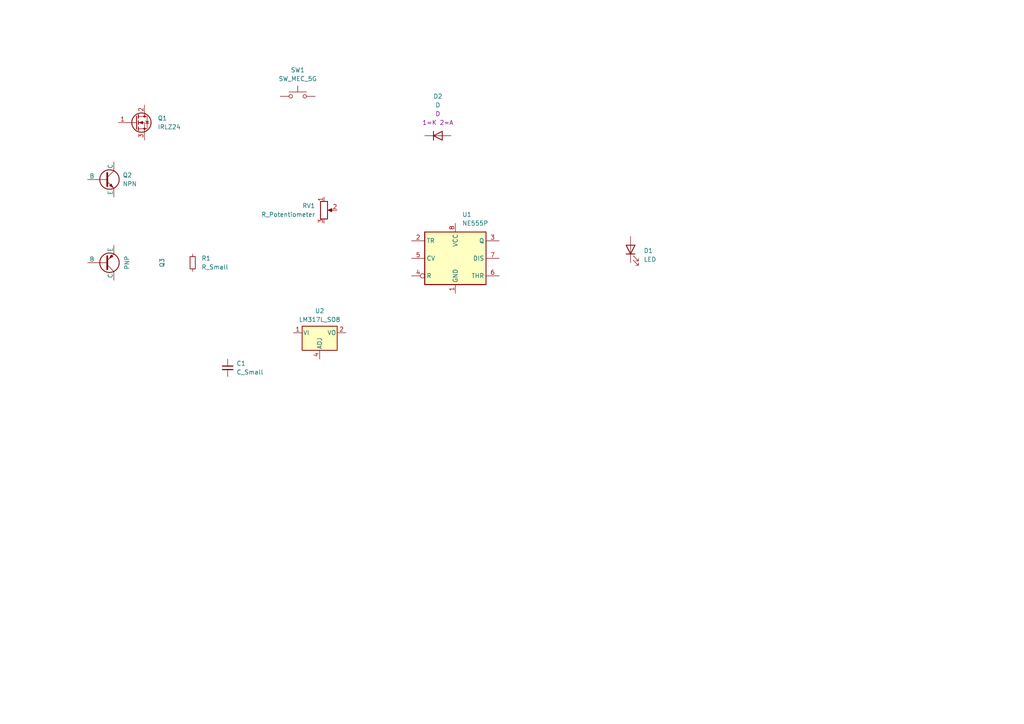
<source format=kicad_sch>
(kicad_sch (version 20230121) (generator eeschema)
  (paper "A4")
  (lib_symbols
    (symbol "Device:C_Small" (pin_numbers hide) (pin_names (offset 0.254) hide)
      (property "Reference" "C" (at 0.254 1.778 0))
      (property "Value" "C_Small" (at 0.254 -2.032 0))
      (symbol "C_Small_0_1"
        (polyline (pts (xy -1.524 -0.508) (xy 1.524 -0.508)) (stroke (width 0.3302)))
        (polyline (pts (xy -1.524 0.508) (xy 1.524 0.508)) (stroke (width 0.3048)))
      )
      (symbol "C_Small_1_1"
        (pin passive line (at 0 2.54 270) (length 2.032) (name "~") (number "1"))
        (pin passive line (at 0 -2.54 90) (length 2.032) (name "~") (number "2"))
      )
    )
    (symbol "Device:LED" (pin_numbers hide) (pin_names (offset 1.016) hide)
      (property "Reference" "D" (at 0 2.54 0))
      (property "Value" "LED" (at 0 -2.54 0))
      (symbol "LED_0_1"
        (polyline (pts (xy -1.27 -1.27) (xy -1.27 1.27)) (stroke (width 0.254)))
        (polyline (pts (xy -1.27 0) (xy 1.27 0)))
        (polyline (pts (xy 1.27 -1.27) (xy 1.27 1.27) (xy -1.27 0) (xy 1.27 -1.27)) (stroke (width 0.254)))
        (polyline (pts (xy -3.048 -0.762) (xy -4.572 -2.286) (xy -3.81 -2.286) (xy -4.572 -2.286) (xy -4.572 -1.524)))
        (polyline (pts (xy -1.778 -0.762) (xy -3.302 -2.286) (xy -2.54 -2.286) (xy -3.302 -2.286) (xy -3.302 -1.524)))
      )
      (symbol "LED_1_1"
        (pin passive line (at -3.81 0 0) (length 2.54) (name "K") (number "1"))
        (pin passive line (at 3.81 0 180) (length 2.54) (name "A") (number "2"))
      )
    )
    (symbol "Device:R_Potentiometer" (pin_names (offset 1.016) hide)
      (property "Reference" "RV" (at -4.445 0 90))
      (property "Value" "R_Potentiometer" (at -2.54 0 90))
      (symbol "R_Potentiometer_0_1"
        (polyline (pts (xy 2.54 0) (xy 1.524 0)))
        (polyline (pts (xy 1.143 0) (xy 2.286 0.508) (xy 2.286 -0.508) (xy 1.143 0)) (fill (type outline)))
        (rectangle (start 1.016 2.54) (end -1.016 -2.54) (stroke (width 0.254)))
      )
      (symbol "R_Potentiometer_1_1"
        (pin passive line (at 0 3.81 270) (length 1.27) (name "1") (number "1"))
        (pin passive line (at 3.81 0 180) (length 1.27) (name "2") (number "2"))
        (pin passive line (at 0 -3.81 90) (length 1.27) (name "3") (number "3"))
      )
    )
    (symbol "Device:R_Small" (pin_numbers hide) (pin_names (offset 0.254) hide)
      (property "Reference" "R" (at 0.762 0.508 0))
      (property "Value" "R_Small" (at 0.762 -1.016 0))
      (symbol "R_Small_0_1"
        (rectangle (start -0.762 1.778) (end 0.762 -1.778) (stroke (width 0.2032)))
      )
      (symbol "R_Small_1_1"
        (pin passive line (at 0 2.54 270) (length 0.762) (name "~") (number "1"))
        (pin passive line (at 0 -2.54 90) (length 0.762) (name "~") (number "2"))
      )
    )
    (symbol "Regulator_Linear:LM317L_SO8" (pin_names (offset 0.254))
      (property "Reference" "U" (at -3.81 3.175 0))
      (property "Value" "LM317L_SO8" (at 0 3.175 0))
      (symbol "LM317L_SO8_0_1"
        (rectangle (start -5.08 1.905) (end 5.08 -5.08) (stroke (width 0.254)) (fill (type background)))
      )
      (symbol "LM317L_SO8_1_1"
        (pin power_in line (at -7.62 0 0) (length 2.54) (name "VI") (number "1"))
        (pin power_out line (at 7.62 0 180) (length 2.54) (name "VO") (number "2"))
        (pin passive line (at 7.62 0 180) (length 2.54) hide (name "VO") (number "3"))
        (pin input line (at 0 -7.62 90) (length 2.54) (name "ADJ") (number "4"))
        (pin no_connect line (at -5.08 -2.54 0) (length 2.54) hide (name "NC") (number "5"))
        (pin passive line (at 7.62 0 180) (length 2.54) hide (name "VO") (number "6"))
        (pin passive line (at 7.62 0 180) (length 2.54) hide (name "VO") (number "7"))
        (pin no_connect line (at 5.08 -2.54 180) (length 2.54) hide (name "NC") (number "8"))
      )
    )
    (symbol "Simulation_SPICE:D" (pin_numbers hide) (pin_names (offset 1.016) hide)
      (property "Reference" "D" (at 0 2.54 0))
      (property "Value" "D" (at 0 -2.54 0))
      (property "Sim.Device" "D" (at 0 0 0))
      (property "Sim.Pins" "1=K 2=A" (at 0 0 0))
      (symbol "D_0_1"
        (polyline (pts (xy -1.27 1.27) (xy -1.27 -1.27)) (stroke (width 0.254)))
        (polyline (pts (xy 1.27 0) (xy -1.27 0)))
        (polyline (pts (xy 1.27 1.27) (xy 1.27 -1.27) (xy -1.27 0) (xy 1.27 1.27)) (stroke (width 0.254)))
      )
      (symbol "D_1_1"
        (pin passive line (at -3.81 0 0) (length 2.54) (name "K") (number "1"))
        (pin passive line (at 3.81 0 180) (length 2.54) (name "A") (number "2"))
      )
    )
    (symbol "Simulation_SPICE:NPN" (pin_numbers hide) (pin_names (offset 0))
      (property "Reference" "Q" (at -2.54 7.62 0))
      (property "Value" "NPN" (at -2.54 5.08 0))
      (symbol "NPN_0_1"
        (polyline (pts (xy -2.54 0) (xy 0.635 0)) (stroke (width 0.1524)))
        (polyline (pts (xy 0.635 0.635) (xy 2.54 2.54)))
        (polyline (pts (xy 2.794 -1.27) (xy 2.794 -1.27)) (stroke (width 0.1524)))
        (polyline (pts (xy 2.794 -1.27) (xy 2.794 -1.27)) (stroke (width 0.1524)))
        (polyline (pts (xy 0.635 -0.635) (xy 2.54 -2.54) (xy 2.54 -2.54)))
        (polyline (pts (xy 0.635 1.905) (xy 0.635 -1.905) (xy 0.635 -1.905)) (stroke (width 0.508)))
        (polyline (pts (xy 1.27 -1.778) (xy 1.778 -1.27) (xy 2.286 -2.286) (xy 1.27 -1.778) (xy 1.27 -1.778)) (fill (type outline)))
        (circle (center 1.27 0) (radius 2.8194) (stroke (width 0.254)))
      )
      (symbol "NPN_1_1"
        (pin open_collector line (at 2.54 5.08 270) (length 2.54) (name "C") (number "1"))
        (pin input line (at -5.08 0 0) (length 2.54) (name "B") (number "2"))
        (pin open_emitter line (at 2.54 -5.08 90) (length 2.54) (name "E") (number "3"))
      )
    )
    (symbol "Simulation_SPICE:PNP" (pin_numbers hide) (pin_names (offset 0))
      (property "Reference" "Q" (at -2.54 7.62 0))
      (property "Value" "PNP" (at -2.54 5.08 0))
      (symbol "PNP_0_1"
        (polyline (pts (xy -2.54 0) (xy 0.635 0)) (stroke (width 0.1524)))
        (polyline (pts (xy 0.635 0.635) (xy 2.54 2.54)))
        (polyline (pts (xy 0.635 -0.635) (xy 2.54 -2.54) (xy 2.54 -2.54)))
        (polyline (pts (xy 0.635 1.905) (xy 0.635 -1.905) (xy 0.635 -1.905)) (stroke (width 0.508)))
        (polyline (pts (xy 2.286 -1.778) (xy 1.778 -2.286) (xy 1.27 -1.27) (xy 2.286 -1.778) (xy 2.286 -1.778)) (fill (type outline)))
        (circle (center 1.27 0) (radius 2.8194) (stroke (width 0.254)))
      )
      (symbol "PNP_1_1"
        (pin open_collector line (at 2.54 5.08 270) (length 2.54) (name "C") (number "1"))
        (pin input line (at -5.08 0 0) (length 2.54) (name "B") (number "2"))
        (pin open_emitter line (at 2.54 -5.08 90) (length 2.54) (name "E") (number "3"))
      )
    )
    (symbol "Switch:SW_MEC_5G" (pin_numbers hide) (pin_names (offset 1.016) hide)
      (property "Reference" "SW" (at 1.27 2.54 0))
      (property "Value" "SW_MEC_5G" (at 0 -1.524 0))
      (symbol "SW_MEC_5G_0_1"
        (circle (center -2.032 0) (radius 0.508))
        (polyline (pts (xy 0 1.27) (xy 0 3.048)))
        (polyline (pts (xy 2.54 1.27) (xy -2.54 1.27)))
        (circle (center 2.032 0) (radius 0.508))
        (pin passive line (at -5.08 0 0) (length 2.54) (name "A") (number "1"))
        (pin passive line (at 5.08 0 180) (length 2.54) (name "B") (number "3"))
      )
      (symbol "SW_MEC_5G_1_1"
        (pin passive line (at -5.08 0 0) (length 2.54) hide (name "A") (number "2"))
        (pin passive line (at 5.08 0 180) (length 2.54) hide (name "B") (number "4"))
      )
    )
    (symbol "Timer:NE555P"
      (property "Reference" "U" (at -10.16 8.89 0))
      (property "Value" "NE555P" (at 2.54 8.89 0))
      (symbol "NE555P_0_0"
        (pin power_in line (at 0 -10.16 90) (length 2.54) (name "GND") (number "1"))
        (pin power_in line (at 0 10.16 270) (length 2.54) (name "VCC") (number "8"))
      )
      (symbol "NE555P_0_1"
        (rectangle (start -8.89 -7.62) (end 8.89 7.62) (stroke (width 0.254)) (fill (type background)))
        (rectangle (start -8.89 -7.62) (end 8.89 7.62) (stroke (width 0.254)) (fill (type background)))
      )
      (symbol "NE555P_1_1"
        (pin input line (at -12.7 5.08 0) (length 3.81) (name "TR") (number "2"))
        (pin output line (at 12.7 5.08 180) (length 3.81) (name "Q") (number "3"))
        (pin input inverted (at -12.7 -5.08 0) (length 3.81) (name "R") (number "4"))
        (pin input line (at -12.7 0 0) (length 3.81) (name "CV") (number "5"))
        (pin input line (at 12.7 -5.08 180) (length 3.81) (name "THR") (number "6"))
        (pin input line (at 12.7 0 180) (length 3.81) (name "DIS") (number "7"))
      )
    )
    (symbol "Transistor_FET:IRLZ24" (pin_names hide)
      (property "Reference" "Q" (at 6.35 1.905 0))
      (property "Value" "IRLZ24" (at 6.35 0 0))
      (symbol "IRLZ24_0_1"
        (polyline (pts (xy 0.254 0) (xy -2.54 0)))
        (polyline (pts (xy 0.254 1.905) (xy 0.254 -1.905)) (stroke (width 0.254)))
        (polyline (pts (xy 0.762 -1.27) (xy 0.762 -2.286)) (stroke (width 0.254)))
        (polyline (pts (xy 0.762 0.508) (xy 0.762 -0.508)) (stroke (width 0.254)))
        (polyline (pts (xy 0.762 2.286) (xy 0.762 1.27)) (stroke (width 0.254)))
        (polyline (pts (xy 2.54 2.54) (xy 2.54 1.778)))
        (polyline (pts (xy 2.54 -2.54) (xy 2.54 0) (xy 0.762 0)))
        (polyline (pts (xy 0.762 -1.778) (xy 3.302 -1.778) (xy 3.302 1.778) (xy 0.762 1.778)))
        (polyline (pts (xy 1.016 0) (xy 2.032 0.381) (xy 2.032 -0.381) (xy 1.016 0)) (fill (type outline)))
        (polyline (pts (xy 2.794 0.508) (xy 2.921 0.381) (xy 3.683 0.381) (xy 3.81 0.254)))
        (polyline (pts (xy 3.302 0.381) (xy 2.921 -0.254) (xy 3.683 -0.254) (xy 3.302 0.381)))
        (circle (center 1.651 0) (radius 2.794) (stroke (width 0.254)))
        (circle (center 2.54 -1.778) (radius 0.254) (fill (type outline)))
        (circle (center 2.54 1.778) (radius 0.254) (fill (type outline)))
      )
      (symbol "IRLZ24_1_1"
        (pin input line (at -5.08 0 0) (length 2.54) (name "G") (number "1"))
        (pin passive line (at 2.54 5.08 270) (length 2.54) (name "D") (number "2"))
        (pin passive line (at 2.54 -5.08 90) (length 2.54) (name "S") (number "3"))
      )
    )
  )
  (symbol (lib_id "Device:C_Small") (at 66.04 106.68 0) (unit 1)
    (property "Reference" "C1" (at 68.58 105.4163 0) (effects (justify left)))
    (property "Value" "C_Small" (at 68.58 107.9563 0) (effects (justify left)))
  )
  (symbol (lib_id "Device:R_Small") (at 55.88 76.2 0) (unit 1)
    (property "Reference" "R1" (at 58.42 74.93 0) (effects (justify left)))
    (property "Value" "R_Small" (at 58.42 77.47 0) (effects (justify left)))
  )
  (symbol (lib_id "Switch:SW_MEC_5G") (at 86.36 27.94 0) (unit 1)
    (property "Reference" "SW1" (at 86.36 20.32 0))
    (property "Value" "SW_MEC_5G" (at 86.36 22.86 0))
    (property "Datasheet" "http://www.apem.com/int/index.php?controller=attachment&id_attachment=488" (effects hide))
  )
  (symbol (lib_id "Timer:NE555P") (at 132.08 74.93 0) (unit 1)
    (property "Reference" "U1" (at 134.0359 62.23 0) (effects (justify left)))
    (property "Value" "NE555P" (at 134.0359 64.77 0) (effects (justify left)))
    (property "Footprint" "Package_DIP:DIP-8_W7.62mm" (effects hide))
    (property "Datasheet" "http://www.ti.com/lit/ds/symlink/ne555.pdf" (effects hide))
  )
  (symbol (lib_id "Transistor_FET:IRLZ24") (at 39.37 35.56 0) (unit 1)
    (property "Reference" "Q1" (at 45.72 34.29 0) (effects (justify left)))
    (property "Value" "IRLZ24" (at 45.72 36.83 0) (effects (justify left)))
    (property "Footprint" "Package_TO_SOT_THT:TO-220-3_Vertical" (effects hide))
    (property "Datasheet" "https://www.vishay.com/docs/91326/sihlz24.pdf" (effects hide))
  )
  (symbol (lib_id "Device:LED") (at 182.88 72.39 90) (unit 1)
    (property "Reference" "D1" (at 186.69 72.7075 90) (effects (justify right)))
    (property "Value" "LED" (at 186.69 75.2475 90) (effects (justify right)))
  )
  (symbol (lib_id "Regulator_Linear:LM317L_SO8") (at 92.71 96.52 0) (unit 1)
    (property "Reference" "U2" (at 92.71 90.17 0))
    (property "Value" "LM317L_SO8" (at 92.71 92.71 0))
    (property "Footprint" "Package_SO:SOIC-8_3.9x4.9mm_P1.27mm" (effects hide))
    (property "Datasheet" "http://www.ti.com/lit/ds/snvs775k/snvs775k.pdf" (effects hide))
  )
  (symbol (lib_id "Device:R_Potentiometer") (at 93.98 60.96 0) (unit 1)
    (property "Reference" "RV1" (at 91.44 59.69 0) (effects (justify right)))
    (property "Value" "R_Potentiometer" (at 91.44 62.23 0) (effects (justify right)))
  )
  (symbol (lib_id "Simulation_SPICE:PNP") (at 30.48 76.2 0) (mirror x) (unit 1)
    (property "Reference" "Q3" (at 46.99 76.2 90))
    (property "Value" "PNP" (at 36.83 76.2 90))
    (property "Sim.Device" "PNP" (effects hide))
    (property "Sim.Type" "GUMMELPOON" (effects hide))
    (property "Sim.Pins" "1=C 2=B 3=E" (effects hide))
  )
  (symbol (lib_id "Simulation_SPICE:NPN") (at 30.48 52.07 0) (unit 1)
    (property "Reference" "Q2" (at 35.56 50.8 0) (effects (justify left)))
    (property "Value" "NPN" (at 35.56 53.34 0) (effects (justify left)))
    (property "Sim.Device" "NPN" (effects hide))
    (property "Sim.Type" "GUMMELPOON" (effects hide))
    (property "Sim.Pins" "1=C 2=B 3=E" (effects hide))
  )
  (symbol (lib_id "Simulation_SPICE:D") (at 127 39.37 0) (unit 1)
    (property "Reference" "D2" (at 127 27.94 0))
    (property "Value" "D" (at 127 30.48 0))
    (property "Sim.Device" "D" (at 127 33.02 0))
    (property "Sim.Pins" "1=K 2=A" (at 127 35.56 0))
  )
)
</source>
